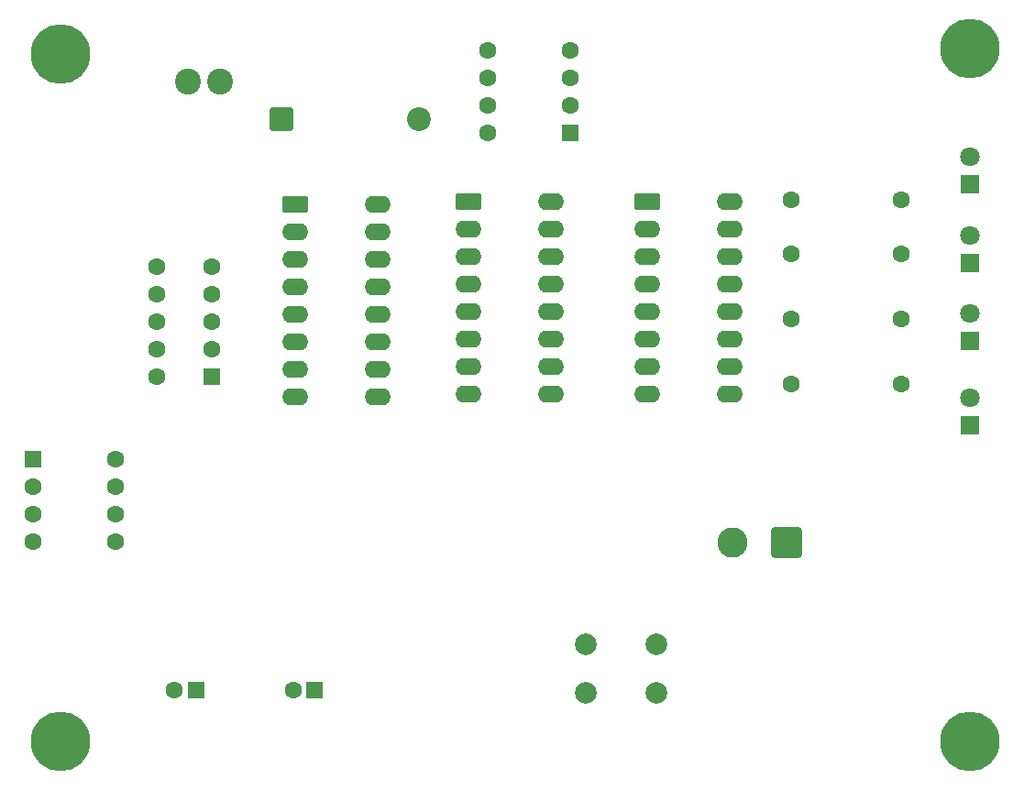
<source format=gbr>
%TF.GenerationSoftware,KiCad,Pcbnew,9.0.3*%
%TF.CreationDate,2025-12-16T09:58:50+01:00*%
%TF.ProjectId,PTP_Ivan_Brajkovic_Project1AAA,5054505f-4976-4616-9e5f-4272616a6b6f,rev?*%
%TF.SameCoordinates,Original*%
%TF.FileFunction,Soldermask,Bot*%
%TF.FilePolarity,Negative*%
%FSLAX46Y46*%
G04 Gerber Fmt 4.6, Leading zero omitted, Abs format (unit mm)*
G04 Created by KiCad (PCBNEW 9.0.3) date 2025-12-16 09:58:50*
%MOMM*%
%LPD*%
G01*
G04 APERTURE LIST*
G04 Aperture macros list*
%AMRoundRect*
0 Rectangle with rounded corners*
0 $1 Rounding radius*
0 $2 $3 $4 $5 $6 $7 $8 $9 X,Y pos of 4 corners*
0 Add a 4 corners polygon primitive as box body*
4,1,4,$2,$3,$4,$5,$6,$7,$8,$9,$2,$3,0*
0 Add four circle primitives for the rounded corners*
1,1,$1+$1,$2,$3*
1,1,$1+$1,$4,$5*
1,1,$1+$1,$6,$7*
1,1,$1+$1,$8,$9*
0 Add four rect primitives between the rounded corners*
20,1,$1+$1,$2,$3,$4,$5,0*
20,1,$1+$1,$4,$5,$6,$7,0*
20,1,$1+$1,$6,$7,$8,$9,0*
20,1,$1+$1,$8,$9,$2,$3,0*%
G04 Aperture macros list end*
%ADD10RoundRect,0.250000X-0.950000X-0.550000X0.950000X-0.550000X0.950000X0.550000X-0.950000X0.550000X0*%
%ADD11O,2.400000X1.600000*%
%ADD12RoundRect,0.250000X0.550000X0.550000X-0.550000X0.550000X-0.550000X-0.550000X0.550000X-0.550000X0*%
%ADD13C,1.600000*%
%ADD14R,1.800000X1.800000*%
%ADD15C,1.800000*%
%ADD16C,2.000000*%
%ADD17RoundRect,0.250001X1.149999X1.149999X-1.149999X1.149999X-1.149999X-1.149999X1.149999X-1.149999X0*%
%ADD18C,2.800000*%
%ADD19RoundRect,0.250000X-0.550000X-0.550000X0.550000X-0.550000X0.550000X0.550000X-0.550000X0.550000X0*%
%ADD20C,5.500000*%
%ADD21RoundRect,0.249999X-0.850001X-0.850001X0.850001X-0.850001X0.850001X0.850001X-0.850001X0.850001X0*%
%ADD22C,2.200000*%
%ADD23R,1.600000X1.600000*%
%ADD24C,2.400000*%
G04 APERTURE END LIST*
D10*
%TO.C,U3*%
X194190000Y-78110000D03*
D11*
X194190000Y-80650000D03*
X194190000Y-83190000D03*
X194190000Y-85730000D03*
X194190000Y-88270000D03*
X194190000Y-90810000D03*
X194190000Y-93350000D03*
X194190000Y-95890000D03*
X201810000Y-95890000D03*
X201810000Y-93350000D03*
X201810000Y-90810000D03*
X201810000Y-88270000D03*
X201810000Y-85730000D03*
X201810000Y-83190000D03*
X201810000Y-80650000D03*
X201810000Y-78110000D03*
%TD*%
D12*
%TO.C,U1*%
X187055000Y-71810000D03*
D13*
X187055000Y-69270000D03*
X187055000Y-66730000D03*
X187055000Y-64190000D03*
X179435000Y-64190000D03*
X179435000Y-66730000D03*
X179435000Y-69270000D03*
X179435000Y-71810000D03*
%TD*%
D14*
%TO.C,D2*%
X224000000Y-83775000D03*
D15*
X224000000Y-81235000D03*
%TD*%
D13*
%TO.C,R4*%
X217580000Y-95000000D03*
X207420000Y-95000000D03*
%TD*%
D16*
%TO.C,SW1*%
X188500000Y-119000000D03*
X195000000Y-119000000D03*
X188500000Y-123500000D03*
X195000000Y-123500000D03*
%TD*%
D13*
%TO.C,R2*%
X217580000Y-83000000D03*
X207420000Y-83000000D03*
%TD*%
D14*
%TO.C,D3*%
X224000000Y-91000000D03*
D15*
X224000000Y-88460000D03*
%TD*%
D17*
%TO.C,J1*%
X207000000Y-109632500D03*
D18*
X202000000Y-109632500D03*
%TD*%
D19*
%TO.C,U7*%
X137445000Y-101940000D03*
D13*
X137445000Y-104480000D03*
X137445000Y-107020000D03*
X137445000Y-109560000D03*
X145065000Y-109560000D03*
X145065000Y-107020000D03*
X145065000Y-104480000D03*
X145065000Y-101940000D03*
%TD*%
D20*
%TO.C,H3*%
X224000000Y-64000000D03*
%TD*%
D12*
%TO.C,C1*%
X163455113Y-123250000D03*
D13*
X161455113Y-123250000D03*
%TD*%
D21*
%TO.C,D4*%
X160400000Y-70500000D03*
D22*
X173100000Y-70500000D03*
%TD*%
D20*
%TO.C,H2*%
X140000000Y-128000000D03*
%TD*%
D10*
%TO.C,U2*%
X161690000Y-78360000D03*
D11*
X161690000Y-80900000D03*
X161690000Y-83440000D03*
X161690000Y-85980000D03*
X161690000Y-88520000D03*
X161690000Y-91060000D03*
X161690000Y-93600000D03*
X161690000Y-96140000D03*
X169310000Y-96140000D03*
X169310000Y-93600000D03*
X169310000Y-91060000D03*
X169310000Y-88520000D03*
X169310000Y-85980000D03*
X169310000Y-83440000D03*
X169310000Y-80900000D03*
X169310000Y-78360000D03*
%TD*%
D23*
%TO.C,U5*%
X153967500Y-94267500D03*
D13*
X153967500Y-91727500D03*
X153967500Y-89187500D03*
X153967500Y-86647500D03*
X153967500Y-84107500D03*
X148887500Y-84107500D03*
X148887500Y-86647500D03*
X148887500Y-89187500D03*
X148887500Y-91727500D03*
X148887500Y-94267500D03*
%TD*%
%TO.C,R1*%
X207420000Y-78000000D03*
X217580000Y-78000000D03*
%TD*%
D24*
%TO.C,L1*%
X151750000Y-67000000D03*
X154750000Y-67000000D03*
%TD*%
D20*
%TO.C,H1*%
X140000000Y-64500000D03*
%TD*%
D12*
%TO.C,C2*%
X152500000Y-123250000D03*
D13*
X150500000Y-123250000D03*
%TD*%
D14*
%TO.C,D1*%
X224000000Y-76540000D03*
D15*
X224000000Y-74000000D03*
%TD*%
D14*
%TO.C,D5*%
X224000000Y-98775000D03*
D15*
X224000000Y-96235000D03*
%TD*%
D13*
%TO.C,R3*%
X217580000Y-89000000D03*
X207420000Y-89000000D03*
%TD*%
D20*
%TO.C,H4*%
X224000000Y-128000000D03*
%TD*%
D10*
%TO.C,U4*%
X177690000Y-78110000D03*
D11*
X177690000Y-80650000D03*
X177690000Y-83190000D03*
X177690000Y-85730000D03*
X177690000Y-88270000D03*
X177690000Y-90810000D03*
X177690000Y-93350000D03*
X177690000Y-95890000D03*
X185310000Y-95890000D03*
X185310000Y-93350000D03*
X185310000Y-90810000D03*
X185310000Y-88270000D03*
X185310000Y-85730000D03*
X185310000Y-83190000D03*
X185310000Y-80650000D03*
X185310000Y-78110000D03*
%TD*%
M02*

</source>
